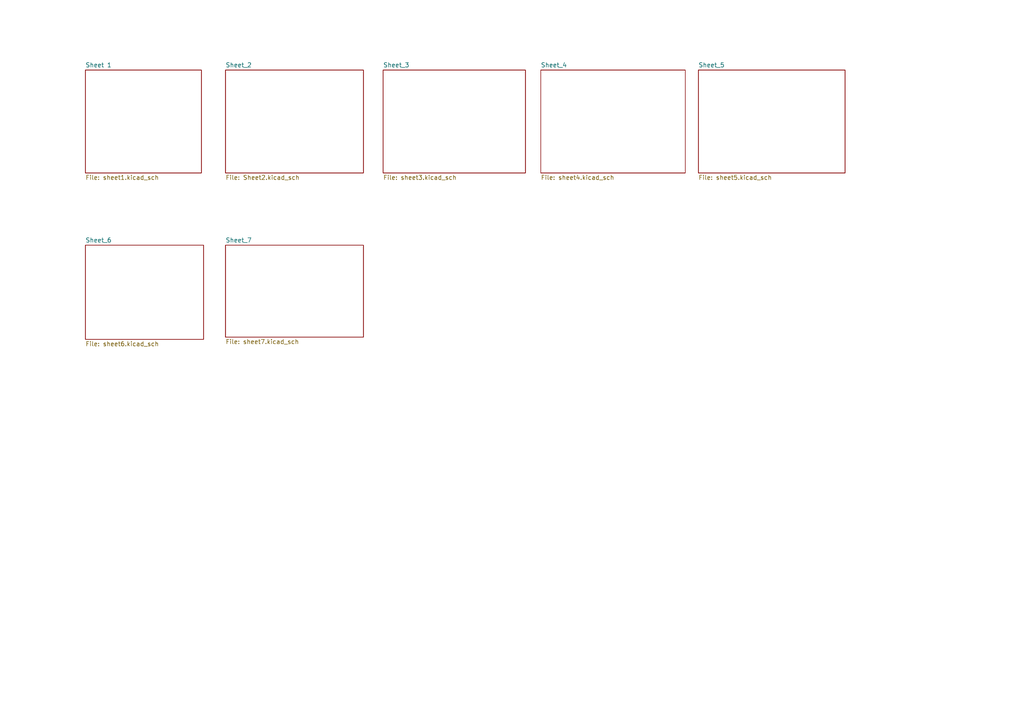
<source format=kicad_sch>
(kicad_sch (version 20230121) (generator eeschema)
  (paper "A4")
  (lib_symbols)
  (sheet (at 156.845 20.32) (size 41.91 29.845) (stroke (width 0.1524))
    (property "Sheetname" "Sheet_4" (at 156.845 19.6084 0) (effects (justify left bottom)))
    (property "Sheetfile" "sheet4.kicad_sch" (at 156.845 50.7496 0) (effects (justify left top)))
  )
  (sheet (at 65.405 20.32) (size 40.005 29.845) (stroke (width 0.1524))
    (property "Sheetname" "Sheet_2" (at 65.405 19.6084 0) (effects (justify left bottom)))
    (property "Sheetfile" "Sheet2.kicad_sch" (at 65.405 50.7496 0) (effects (justify left top)))
  )
  (sheet (at 111.125 20.32) (size 41.275 29.845) (stroke (width 0.1524))
    (property "Sheetname" "Sheet_3" (at 111.125 19.6084 0) (effects (justify left bottom)))
    (property "Sheetfile" "sheet3.kicad_sch" (at 111.125 50.7496 0) (effects (justify left top)))
  )
  (sheet (at 24.765 20.32) (size 33.655 29.845) (stroke (width 0.1524))
    (property "Sheetname" "Sheet 1" (at 24.765 19.6084 0) (effects (justify left bottom)))
    (property "Sheetfile" "sheet1.kicad_sch" (at 24.765 50.7496 0) (effects (justify left top)))
  )
  (sheet (at 24.765 71.12) (size 34.29 27.305) (stroke (width 0.1524))
    (property "Sheetname" "Sheet_6" (at 24.765 70.4084 0) (effects (justify left bottom)))
    (property "Sheetfile" "sheet6.kicad_sch" (at 24.765 99.0096 0) (effects (justify left top)))
  )
  (sheet (at 65.405 71.12) (size 40.005 26.67) (stroke (width 0.1524))
    (property "Sheetname" "Sheet_7" (at 65.405 70.4084 0) (effects (justify left bottom)))
    (property "Sheetfile" "sheet7.kicad_sch" (at 65.405 98.3746 0) (effects (justify left top)))
  )
  (sheet (at 202.565 20.32) (size 42.545 29.845) (stroke (width 0.1524))
    (property "Sheetname" "Sheet_5" (at 202.565 19.6084 0) (effects (justify left bottom)))
    (property "Sheetfile" "sheet5.kicad_sch" (at 202.565 50.7496 0) (effects (justify left top)))
  )
)
</source>
